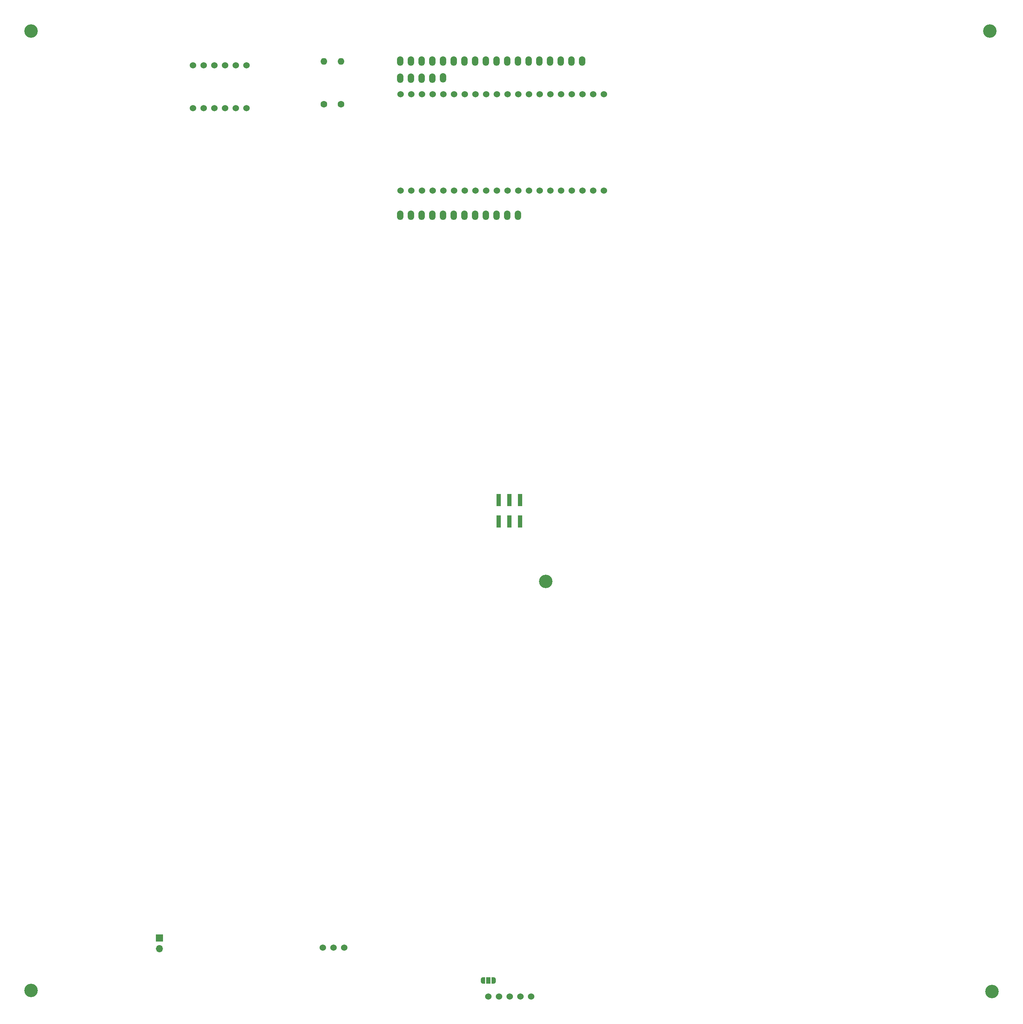
<source format=gbr>
%TF.GenerationSoftware,KiCad,Pcbnew,(6.0.1)*%
%TF.CreationDate,2022-02-22T10:12:00+01:00*%
%TF.ProjectId,ZigerWordClock,5a696765-7257-46f7-9264-436c6f636b2e,rev?*%
%TF.SameCoordinates,Original*%
%TF.FileFunction,Soldermask,Bot*%
%TF.FilePolarity,Negative*%
%FSLAX46Y46*%
G04 Gerber Fmt 4.6, Leading zero omitted, Abs format (unit mm)*
G04 Created by KiCad (PCBNEW (6.0.1)) date 2022-02-22 10:12:00*
%MOMM*%
%LPD*%
G01*
G04 APERTURE LIST*
G04 Aperture macros list*
%AMFreePoly0*
4,1,22,0.550000,-0.750000,0.000000,-0.750000,0.000000,-0.745033,-0.079941,-0.743568,-0.215256,-0.701293,-0.333266,-0.622738,-0.424486,-0.514219,-0.481581,-0.384460,-0.499164,-0.250000,-0.500000,-0.250000,-0.500000,0.250000,-0.499164,0.250000,-0.499963,0.256109,-0.478152,0.396186,-0.417904,0.524511,-0.324060,0.630769,-0.204165,0.706417,-0.067858,0.745374,0.000000,0.744959,0.000000,0.750000,
0.550000,0.750000,0.550000,-0.750000,0.550000,-0.750000,$1*%
%AMFreePoly1*
4,1,20,0.000000,0.744959,0.073905,0.744508,0.209726,0.703889,0.328688,0.626782,0.421226,0.519385,0.479903,0.390333,0.500000,0.250000,0.500000,-0.250000,0.499851,-0.262216,0.476331,-0.402017,0.414519,-0.529596,0.319384,-0.634700,0.198574,-0.708877,0.061801,-0.746166,0.000000,-0.745033,0.000000,-0.750000,-0.550000,-0.750000,-0.550000,0.750000,0.000000,0.750000,0.000000,0.744959,
0.000000,0.744959,$1*%
G04 Aperture macros list end*
%ADD10C,1.600000*%
%ADD11O,1.600000X1.600000*%
%ADD12C,3.200000*%
%ADD13C,1.524000*%
%ADD14O,1.524000X2.286000*%
%ADD15R,1.000000X3.000000*%
%ADD16FreePoly0,180.000000*%
%ADD17R,1.000000X1.500000*%
%ADD18FreePoly1,180.000000*%
%ADD19R,1.700000X1.700000*%
%ADD20O,1.700000X1.700000*%
G04 APERTURE END LIST*
D10*
%TO.C,R1*%
X120000000Y-53160000D03*
D11*
X120000000Y-43000000D03*
%TD*%
D12*
%TO.C,REF\u002A\u002A*%
X274066000Y-35814000D03*
%TD*%
%TO.C,REF\u002A\u002A*%
X46482000Y-35814000D03*
%TD*%
D13*
%TO.C,U20*%
X115697000Y-253238000D03*
X118237000Y-253238000D03*
X120777000Y-253238000D03*
%TD*%
D12*
%TO.C,REF\u002A\u002A*%
X274574000Y-263652000D03*
%TD*%
D10*
%TO.C,R2*%
X116000000Y-53160000D03*
D11*
X116000000Y-43000000D03*
%TD*%
D12*
%TO.C,REF\u002A\u002A*%
X46482000Y-263398000D03*
%TD*%
D13*
%TO.C,U1*%
X154978654Y-264801230D03*
X162598654Y-264801230D03*
X160058654Y-264801230D03*
X157518654Y-264801230D03*
X165138654Y-264801230D03*
%TD*%
D12*
%TO.C,REF\u002A\u002A*%
X168656000Y-166364040D03*
%TD*%
D14*
%TO.C,JP38*%
X162052000Y-79502000D03*
%TD*%
%TO.C,JP10*%
X141732000Y-42926000D03*
%TD*%
%TO.C,JP37*%
X159512000Y-79502000D03*
%TD*%
%TO.C,JP2*%
X144272000Y-46926000D03*
%TD*%
%TO.C,JP9*%
X139192000Y-42926000D03*
%TD*%
%TO.C,JP5*%
X139192000Y-46990000D03*
%TD*%
%TO.C,JP29*%
X139192000Y-79502000D03*
%TD*%
D13*
%TO.C,U4*%
X84900000Y-54080000D03*
X87440000Y-54080000D03*
X89980000Y-54080000D03*
X92520000Y-54080000D03*
X95060000Y-54080000D03*
X97600000Y-54080000D03*
X97600000Y-43920000D03*
X95060000Y-43920000D03*
X92520000Y-43920000D03*
X89980000Y-43920000D03*
X87440000Y-43920000D03*
X84900000Y-43920000D03*
%TD*%
D14*
%TO.C,JP15*%
X154432000Y-42926000D03*
%TD*%
%TO.C,JP3*%
X134112000Y-46990000D03*
%TD*%
%TO.C,JP20*%
X167132000Y-42926000D03*
%TD*%
%TO.C,JP8*%
X136652000Y-46990000D03*
%TD*%
%TO.C,JP18*%
X162052000Y-42926000D03*
%TD*%
%TO.C,JP16*%
X156972000Y-42926000D03*
%TD*%
D15*
%TO.C,J1*%
X157480000Y-152126000D03*
X157480000Y-147086000D03*
X160020000Y-152126000D03*
X160020000Y-147086000D03*
X162560000Y-152126000D03*
X162560000Y-147086000D03*
%TD*%
D14*
%TO.C,JP27*%
X134112000Y-79502000D03*
%TD*%
%TO.C,JP21*%
X169672000Y-42926000D03*
%TD*%
%TO.C,JP32*%
X146812000Y-79502000D03*
%TD*%
%TO.C,JP34*%
X151892000Y-79502000D03*
%TD*%
%TO.C,JP35*%
X154432000Y-79502000D03*
%TD*%
%TO.C,JP24*%
X177292000Y-42926000D03*
%TD*%
%TO.C,JP13*%
X149352000Y-42926000D03*
%TD*%
D13*
%TO.C,U2*%
X134141500Y-50760000D03*
X136681500Y-50760000D03*
X139221500Y-50760000D03*
X141761500Y-50760000D03*
X144301500Y-50760000D03*
X146841500Y-50760000D03*
X149381500Y-50760000D03*
X151921500Y-50760000D03*
X154461500Y-50760000D03*
X157001500Y-50760000D03*
X159541500Y-50760000D03*
X162081500Y-50760000D03*
X164621500Y-50760000D03*
X167161500Y-50760000D03*
X169701500Y-50760000D03*
X172241500Y-50760000D03*
X174781500Y-50760000D03*
X177321500Y-50760000D03*
X179861500Y-50760000D03*
X182401500Y-50760000D03*
X182401500Y-73620000D03*
X179861500Y-73620000D03*
X177321500Y-73620000D03*
X174781500Y-73620000D03*
X172241500Y-73620000D03*
X169701500Y-73620000D03*
X167161500Y-73620000D03*
X164621500Y-73620000D03*
X162081500Y-73620000D03*
X159541500Y-73620000D03*
X157001500Y-73620000D03*
X154461500Y-73620000D03*
X151921500Y-73620000D03*
X149381500Y-73620000D03*
X146841500Y-73620000D03*
X144301500Y-73620000D03*
X141761500Y-73620000D03*
X139221500Y-73620000D03*
X136681500Y-73620000D03*
X134141500Y-73620000D03*
%TD*%
D16*
%TO.C,JP1*%
X156300000Y-261000000D03*
D17*
X155000000Y-261000000D03*
D18*
X153700000Y-261000000D03*
%TD*%
D14*
%TO.C,JP17*%
X159512000Y-42926000D03*
%TD*%
%TO.C,JP33*%
X149352000Y-79502000D03*
%TD*%
%TO.C,JP7*%
X134112000Y-42926000D03*
%TD*%
%TO.C,JP19*%
X164592000Y-42926000D03*
%TD*%
%TO.C,JP6*%
X141732000Y-46990000D03*
%TD*%
D19*
%TO.C,J2*%
X76962000Y-250947000D03*
D20*
X76962000Y-253487000D03*
%TD*%
D14*
%TO.C,JP28*%
X136652000Y-79502000D03*
%TD*%
%TO.C,JP30*%
X141732000Y-79502000D03*
%TD*%
%TO.C,JP31*%
X144272000Y-79502000D03*
%TD*%
%TO.C,JP22*%
X172212000Y-42926000D03*
%TD*%
%TO.C,JP12*%
X146812000Y-42926000D03*
%TD*%
%TO.C,JP36*%
X156972000Y-79502000D03*
%TD*%
%TO.C,JP4*%
X136652000Y-42926000D03*
%TD*%
%TO.C,JP11*%
X144272000Y-42926000D03*
%TD*%
%TO.C,JP14*%
X151892000Y-42926000D03*
%TD*%
%TO.C,JP23*%
X174752000Y-42926000D03*
%TD*%
M02*

</source>
